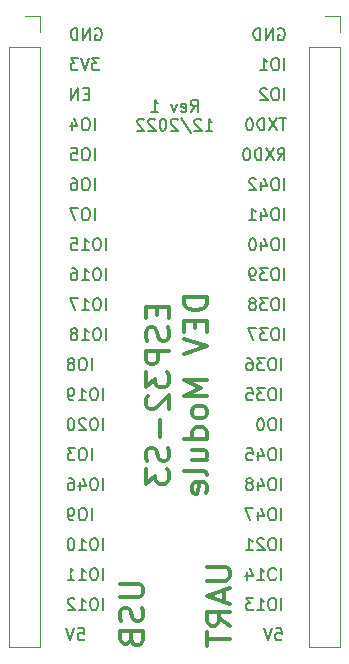
<source format=gbr>
%TF.GenerationSoftware,KiCad,Pcbnew,(6.0.10)*%
%TF.CreationDate,2023-01-22T23:50:18+10:00*%
%TF.ProjectId,ESP32-S3-Breakout,45535033-322d-4533-932d-427265616b6f,rev?*%
%TF.SameCoordinates,Original*%
%TF.FileFunction,Legend,Bot*%
%TF.FilePolarity,Positive*%
%FSLAX46Y46*%
G04 Gerber Fmt 4.6, Leading zero omitted, Abs format (unit mm)*
G04 Created by KiCad (PCBNEW (6.0.10)) date 2023-01-22 23:50:18*
%MOMM*%
%LPD*%
G01*
G04 APERTURE LIST*
%ADD10C,0.200000*%
%ADD11C,0.300000*%
%ADD12C,0.150000*%
%ADD13C,0.120000*%
%ADD14C,0.650000*%
%ADD15O,1.000000X2.100000*%
%ADD16O,1.000000X1.600000*%
%ADD17C,0.500000*%
%ADD18R,1.700000X1.700000*%
%ADD19O,1.700000X1.700000*%
G04 APERTURE END LIST*
D10*
X81870095Y-117546380D02*
X81870095Y-116546380D01*
X81203428Y-116546380D02*
X81012952Y-116546380D01*
X80917714Y-116594000D01*
X80822476Y-116689238D01*
X80774857Y-116879714D01*
X80774857Y-117213047D01*
X80822476Y-117403523D01*
X80917714Y-117498761D01*
X81012952Y-117546380D01*
X81203428Y-117546380D01*
X81298666Y-117498761D01*
X81393904Y-117403523D01*
X81441523Y-117213047D01*
X81441523Y-116879714D01*
X81393904Y-116689238D01*
X81298666Y-116594000D01*
X81203428Y-116546380D01*
X80298666Y-117546380D02*
X80108190Y-117546380D01*
X80012952Y-117498761D01*
X79965333Y-117451142D01*
X79870095Y-117308285D01*
X79822476Y-117117809D01*
X79822476Y-116736857D01*
X79870095Y-116641619D01*
X79917714Y-116594000D01*
X80012952Y-116546380D01*
X80203428Y-116546380D01*
X80298666Y-116594000D01*
X80346285Y-116641619D01*
X80393904Y-116736857D01*
X80393904Y-116974952D01*
X80346285Y-117070190D01*
X80298666Y-117117809D01*
X80203428Y-117165428D01*
X80012952Y-117165428D01*
X79917714Y-117117809D01*
X79870095Y-117070190D01*
X79822476Y-116974952D01*
X82822476Y-115006380D02*
X82822476Y-114006380D01*
X82155809Y-114006380D02*
X81965333Y-114006380D01*
X81870095Y-114054000D01*
X81774857Y-114149238D01*
X81727238Y-114339714D01*
X81727238Y-114673047D01*
X81774857Y-114863523D01*
X81870095Y-114958761D01*
X81965333Y-115006380D01*
X82155809Y-115006380D01*
X82251047Y-114958761D01*
X82346285Y-114863523D01*
X82393904Y-114673047D01*
X82393904Y-114339714D01*
X82346285Y-114149238D01*
X82251047Y-114054000D01*
X82155809Y-114006380D01*
X80870095Y-114339714D02*
X80870095Y-115006380D01*
X81108190Y-113958761D02*
X81346285Y-114673047D01*
X80727238Y-114673047D01*
X79917714Y-114006380D02*
X80108190Y-114006380D01*
X80203428Y-114054000D01*
X80251047Y-114101619D01*
X80346285Y-114244476D01*
X80393904Y-114434952D01*
X80393904Y-114815904D01*
X80346285Y-114911142D01*
X80298666Y-114958761D01*
X80203428Y-115006380D01*
X80012952Y-115006380D01*
X79917714Y-114958761D01*
X79870095Y-114911142D01*
X79822476Y-114815904D01*
X79822476Y-114577809D01*
X79870095Y-114482571D01*
X79917714Y-114434952D01*
X80012952Y-114387333D01*
X80203428Y-114387333D01*
X80298666Y-114434952D01*
X80346285Y-114482571D01*
X80393904Y-114577809D01*
X98183904Y-79446380D02*
X98183904Y-78446380D01*
X97517238Y-78446380D02*
X97326761Y-78446380D01*
X97231523Y-78494000D01*
X97136285Y-78589238D01*
X97088666Y-78779714D01*
X97088666Y-79113047D01*
X97136285Y-79303523D01*
X97231523Y-79398761D01*
X97326761Y-79446380D01*
X97517238Y-79446380D01*
X97612476Y-79398761D01*
X97707714Y-79303523D01*
X97755333Y-79113047D01*
X97755333Y-78779714D01*
X97707714Y-78589238D01*
X97612476Y-78494000D01*
X97517238Y-78446380D01*
X96136285Y-79446380D02*
X96707714Y-79446380D01*
X96422000Y-79446380D02*
X96422000Y-78446380D01*
X96517238Y-78589238D01*
X96612476Y-78684476D01*
X96707714Y-78732095D01*
X98183904Y-89606380D02*
X98183904Y-88606380D01*
X97517238Y-88606380D02*
X97326761Y-88606380D01*
X97231523Y-88654000D01*
X97136285Y-88749238D01*
X97088666Y-88939714D01*
X97088666Y-89273047D01*
X97136285Y-89463523D01*
X97231523Y-89558761D01*
X97326761Y-89606380D01*
X97517238Y-89606380D01*
X97612476Y-89558761D01*
X97707714Y-89463523D01*
X97755333Y-89273047D01*
X97755333Y-88939714D01*
X97707714Y-88749238D01*
X97612476Y-88654000D01*
X97517238Y-88606380D01*
X96231523Y-88939714D02*
X96231523Y-89606380D01*
X96469619Y-88558761D02*
X96707714Y-89273047D01*
X96088666Y-89273047D01*
X95755333Y-88701619D02*
X95707714Y-88654000D01*
X95612476Y-88606380D01*
X95374380Y-88606380D01*
X95279142Y-88654000D01*
X95231523Y-88701619D01*
X95183904Y-88796857D01*
X95183904Y-88892095D01*
X95231523Y-89034952D01*
X95802952Y-89606380D01*
X95183904Y-89606380D01*
X82124095Y-87066380D02*
X82124095Y-86066380D01*
X81457428Y-86066380D02*
X81266952Y-86066380D01*
X81171714Y-86114000D01*
X81076476Y-86209238D01*
X81028857Y-86399714D01*
X81028857Y-86733047D01*
X81076476Y-86923523D01*
X81171714Y-87018761D01*
X81266952Y-87066380D01*
X81457428Y-87066380D01*
X81552666Y-87018761D01*
X81647904Y-86923523D01*
X81695523Y-86733047D01*
X81695523Y-86399714D01*
X81647904Y-86209238D01*
X81552666Y-86114000D01*
X81457428Y-86066380D01*
X80124095Y-86066380D02*
X80600285Y-86066380D01*
X80647904Y-86542571D01*
X80600285Y-86494952D01*
X80505047Y-86447333D01*
X80266952Y-86447333D01*
X80171714Y-86494952D01*
X80124095Y-86542571D01*
X80076476Y-86637809D01*
X80076476Y-86875904D01*
X80124095Y-86971142D01*
X80171714Y-87018761D01*
X80266952Y-87066380D01*
X80505047Y-87066380D01*
X80600285Y-87018761D01*
X80647904Y-86971142D01*
X82822476Y-120086380D02*
X82822476Y-119086380D01*
X82155809Y-119086380D02*
X81965333Y-119086380D01*
X81870095Y-119134000D01*
X81774857Y-119229238D01*
X81727238Y-119419714D01*
X81727238Y-119753047D01*
X81774857Y-119943523D01*
X81870095Y-120038761D01*
X81965333Y-120086380D01*
X82155809Y-120086380D01*
X82251047Y-120038761D01*
X82346285Y-119943523D01*
X82393904Y-119753047D01*
X82393904Y-119419714D01*
X82346285Y-119229238D01*
X82251047Y-119134000D01*
X82155809Y-119086380D01*
X80774857Y-120086380D02*
X81346285Y-120086380D01*
X81060571Y-120086380D02*
X81060571Y-119086380D01*
X81155809Y-119229238D01*
X81251047Y-119324476D01*
X81346285Y-119372095D01*
X80155809Y-119086380D02*
X80060571Y-119086380D01*
X79965333Y-119134000D01*
X79917714Y-119181619D01*
X79870095Y-119276857D01*
X79822476Y-119467333D01*
X79822476Y-119705428D01*
X79870095Y-119895904D01*
X79917714Y-119991142D01*
X79965333Y-120038761D01*
X80060571Y-120086380D01*
X80155809Y-120086380D01*
X80251047Y-120038761D01*
X80298666Y-119991142D01*
X80346285Y-119895904D01*
X80393904Y-119705428D01*
X80393904Y-119467333D01*
X80346285Y-119276857D01*
X80298666Y-119181619D01*
X80251047Y-119134000D01*
X80155809Y-119086380D01*
X97453714Y-126706380D02*
X97929904Y-126706380D01*
X97977523Y-127182571D01*
X97929904Y-127134952D01*
X97834666Y-127087333D01*
X97596571Y-127087333D01*
X97501333Y-127134952D01*
X97453714Y-127182571D01*
X97406095Y-127277809D01*
X97406095Y-127515904D01*
X97453714Y-127611142D01*
X97501333Y-127658761D01*
X97596571Y-127706380D01*
X97834666Y-127706380D01*
X97929904Y-127658761D01*
X97977523Y-127611142D01*
X97120380Y-126706380D02*
X96787047Y-127706380D01*
X96453714Y-126706380D01*
X97929904Y-112466380D02*
X97929904Y-111466380D01*
X97263238Y-111466380D02*
X97072761Y-111466380D01*
X96977523Y-111514000D01*
X96882285Y-111609238D01*
X96834666Y-111799714D01*
X96834666Y-112133047D01*
X96882285Y-112323523D01*
X96977523Y-112418761D01*
X97072761Y-112466380D01*
X97263238Y-112466380D01*
X97358476Y-112418761D01*
X97453714Y-112323523D01*
X97501333Y-112133047D01*
X97501333Y-111799714D01*
X97453714Y-111609238D01*
X97358476Y-111514000D01*
X97263238Y-111466380D01*
X95977523Y-111799714D02*
X95977523Y-112466380D01*
X96215619Y-111418761D02*
X96453714Y-112133047D01*
X95834666Y-112133047D01*
X94977523Y-111466380D02*
X95453714Y-111466380D01*
X95501333Y-111942571D01*
X95453714Y-111894952D01*
X95358476Y-111847333D01*
X95120380Y-111847333D01*
X95025142Y-111894952D01*
X94977523Y-111942571D01*
X94929904Y-112037809D01*
X94929904Y-112275904D01*
X94977523Y-112371142D01*
X95025142Y-112418761D01*
X95120380Y-112466380D01*
X95358476Y-112466380D01*
X95453714Y-112418761D01*
X95501333Y-112371142D01*
X98326761Y-83526380D02*
X97755333Y-83526380D01*
X98041047Y-84526380D02*
X98041047Y-83526380D01*
X97517238Y-83526380D02*
X96850571Y-84526380D01*
X96850571Y-83526380D02*
X97517238Y-84526380D01*
X96469619Y-84526380D02*
X96469619Y-83526380D01*
X96231523Y-83526380D01*
X96088666Y-83574000D01*
X95993428Y-83669238D01*
X95945809Y-83764476D01*
X95898190Y-83954952D01*
X95898190Y-84097809D01*
X95945809Y-84288285D01*
X95993428Y-84383523D01*
X96088666Y-84478761D01*
X96231523Y-84526380D01*
X96469619Y-84526380D01*
X95279142Y-83526380D02*
X95183904Y-83526380D01*
X95088666Y-83574000D01*
X95041047Y-83621619D01*
X94993428Y-83716857D01*
X94945809Y-83907333D01*
X94945809Y-84145428D01*
X94993428Y-84335904D01*
X95041047Y-84431142D01*
X95088666Y-84478761D01*
X95183904Y-84526380D01*
X95279142Y-84526380D01*
X95374380Y-84478761D01*
X95422000Y-84431142D01*
X95469619Y-84335904D01*
X95517238Y-84145428D01*
X95517238Y-83907333D01*
X95469619Y-83716857D01*
X95422000Y-83621619D01*
X95374380Y-83574000D01*
X95279142Y-83526380D01*
X81600285Y-81462571D02*
X81266952Y-81462571D01*
X81124095Y-81986380D02*
X81600285Y-81986380D01*
X81600285Y-80986380D01*
X81124095Y-80986380D01*
X80695523Y-81986380D02*
X80695523Y-80986380D01*
X80124095Y-81986380D01*
X80124095Y-80986380D01*
X98183904Y-94686380D02*
X98183904Y-93686380D01*
X97517238Y-93686380D02*
X97326761Y-93686380D01*
X97231523Y-93734000D01*
X97136285Y-93829238D01*
X97088666Y-94019714D01*
X97088666Y-94353047D01*
X97136285Y-94543523D01*
X97231523Y-94638761D01*
X97326761Y-94686380D01*
X97517238Y-94686380D01*
X97612476Y-94638761D01*
X97707714Y-94543523D01*
X97755333Y-94353047D01*
X97755333Y-94019714D01*
X97707714Y-93829238D01*
X97612476Y-93734000D01*
X97517238Y-93686380D01*
X96231523Y-94019714D02*
X96231523Y-94686380D01*
X96469619Y-93638761D02*
X96707714Y-94353047D01*
X96088666Y-94353047D01*
X95517238Y-93686380D02*
X95422000Y-93686380D01*
X95326761Y-93734000D01*
X95279142Y-93781619D01*
X95231523Y-93876857D01*
X95183904Y-94067333D01*
X95183904Y-94305428D01*
X95231523Y-94495904D01*
X95279142Y-94591142D01*
X95326761Y-94638761D01*
X95422000Y-94686380D01*
X95517238Y-94686380D01*
X95612476Y-94638761D01*
X95660095Y-94591142D01*
X95707714Y-94495904D01*
X95755333Y-94305428D01*
X95755333Y-94067333D01*
X95707714Y-93876857D01*
X95660095Y-93781619D01*
X95612476Y-93734000D01*
X95517238Y-93686380D01*
D11*
X91614761Y-121523523D02*
X93233809Y-121523523D01*
X93424285Y-121618761D01*
X93519523Y-121714000D01*
X93614761Y-121904476D01*
X93614761Y-122285428D01*
X93519523Y-122475904D01*
X93424285Y-122571142D01*
X93233809Y-122666380D01*
X91614761Y-122666380D01*
X93043333Y-123523523D02*
X93043333Y-124475904D01*
X93614761Y-123333047D02*
X91614761Y-123999714D01*
X93614761Y-124666380D01*
X93614761Y-126475904D02*
X92662380Y-125809238D01*
X93614761Y-125333047D02*
X91614761Y-125333047D01*
X91614761Y-126094952D01*
X91710000Y-126285428D01*
X91805238Y-126380666D01*
X91995714Y-126475904D01*
X92281428Y-126475904D01*
X92471904Y-126380666D01*
X92567142Y-126285428D01*
X92662380Y-126094952D01*
X92662380Y-125333047D01*
X91614761Y-127047333D02*
X91614761Y-128190190D01*
X93614761Y-127618761D02*
X91614761Y-127618761D01*
D10*
X97929904Y-109926380D02*
X97929904Y-108926380D01*
X97263238Y-108926380D02*
X97072761Y-108926380D01*
X96977523Y-108974000D01*
X96882285Y-109069238D01*
X96834666Y-109259714D01*
X96834666Y-109593047D01*
X96882285Y-109783523D01*
X96977523Y-109878761D01*
X97072761Y-109926380D01*
X97263238Y-109926380D01*
X97358476Y-109878761D01*
X97453714Y-109783523D01*
X97501333Y-109593047D01*
X97501333Y-109259714D01*
X97453714Y-109069238D01*
X97358476Y-108974000D01*
X97263238Y-108926380D01*
X96215619Y-108926380D02*
X96120380Y-108926380D01*
X96025142Y-108974000D01*
X95977523Y-109021619D01*
X95929904Y-109116857D01*
X95882285Y-109307333D01*
X95882285Y-109545428D01*
X95929904Y-109735904D01*
X95977523Y-109831142D01*
X96025142Y-109878761D01*
X96120380Y-109926380D01*
X96215619Y-109926380D01*
X96310857Y-109878761D01*
X96358476Y-109831142D01*
X96406095Y-109735904D01*
X96453714Y-109545428D01*
X96453714Y-109307333D01*
X96406095Y-109116857D01*
X96358476Y-109021619D01*
X96310857Y-108974000D01*
X96215619Y-108926380D01*
D12*
X90257142Y-82959380D02*
X90590476Y-82483190D01*
X90828571Y-82959380D02*
X90828571Y-81959380D01*
X90447619Y-81959380D01*
X90352380Y-82007000D01*
X90304761Y-82054619D01*
X90257142Y-82149857D01*
X90257142Y-82292714D01*
X90304761Y-82387952D01*
X90352380Y-82435571D01*
X90447619Y-82483190D01*
X90828571Y-82483190D01*
X89447619Y-82911761D02*
X89542857Y-82959380D01*
X89733333Y-82959380D01*
X89828571Y-82911761D01*
X89876190Y-82816523D01*
X89876190Y-82435571D01*
X89828571Y-82340333D01*
X89733333Y-82292714D01*
X89542857Y-82292714D01*
X89447619Y-82340333D01*
X89400000Y-82435571D01*
X89400000Y-82530809D01*
X89876190Y-82626047D01*
X89066666Y-82292714D02*
X88828571Y-82959380D01*
X88590476Y-82292714D01*
X86923809Y-82959380D02*
X87495238Y-82959380D01*
X87209523Y-82959380D02*
X87209523Y-81959380D01*
X87304761Y-82102238D01*
X87400000Y-82197476D01*
X87495238Y-82245095D01*
X91519047Y-84569380D02*
X92090476Y-84569380D01*
X91804761Y-84569380D02*
X91804761Y-83569380D01*
X91900000Y-83712238D01*
X91995238Y-83807476D01*
X92090476Y-83855095D01*
X91138095Y-83664619D02*
X91090476Y-83617000D01*
X90995238Y-83569380D01*
X90757142Y-83569380D01*
X90661904Y-83617000D01*
X90614285Y-83664619D01*
X90566666Y-83759857D01*
X90566666Y-83855095D01*
X90614285Y-83997952D01*
X91185714Y-84569380D01*
X90566666Y-84569380D01*
X89423809Y-83521761D02*
X90280952Y-84807476D01*
X89138095Y-83664619D02*
X89090476Y-83617000D01*
X88995238Y-83569380D01*
X88757142Y-83569380D01*
X88661904Y-83617000D01*
X88614285Y-83664619D01*
X88566666Y-83759857D01*
X88566666Y-83855095D01*
X88614285Y-83997952D01*
X89185714Y-84569380D01*
X88566666Y-84569380D01*
X87947619Y-83569380D02*
X87852380Y-83569380D01*
X87757142Y-83617000D01*
X87709523Y-83664619D01*
X87661904Y-83759857D01*
X87614285Y-83950333D01*
X87614285Y-84188428D01*
X87661904Y-84378904D01*
X87709523Y-84474142D01*
X87757142Y-84521761D01*
X87852380Y-84569380D01*
X87947619Y-84569380D01*
X88042857Y-84521761D01*
X88090476Y-84474142D01*
X88138095Y-84378904D01*
X88185714Y-84188428D01*
X88185714Y-83950333D01*
X88138095Y-83759857D01*
X88090476Y-83664619D01*
X88042857Y-83617000D01*
X87947619Y-83569380D01*
X87233333Y-83664619D02*
X87185714Y-83617000D01*
X87090476Y-83569380D01*
X86852380Y-83569380D01*
X86757142Y-83617000D01*
X86709523Y-83664619D01*
X86661904Y-83759857D01*
X86661904Y-83855095D01*
X86709523Y-83997952D01*
X87280952Y-84569380D01*
X86661904Y-84569380D01*
X86280952Y-83664619D02*
X86233333Y-83617000D01*
X86138095Y-83569380D01*
X85900000Y-83569380D01*
X85804761Y-83617000D01*
X85757142Y-83664619D01*
X85709523Y-83759857D01*
X85709523Y-83855095D01*
X85757142Y-83997952D01*
X86328571Y-84569380D01*
X85709523Y-84569380D01*
D10*
X80727238Y-126706380D02*
X81203428Y-126706380D01*
X81251047Y-127182571D01*
X81203428Y-127134952D01*
X81108190Y-127087333D01*
X80870095Y-127087333D01*
X80774857Y-127134952D01*
X80727238Y-127182571D01*
X80679619Y-127277809D01*
X80679619Y-127515904D01*
X80727238Y-127611142D01*
X80774857Y-127658761D01*
X80870095Y-127706380D01*
X81108190Y-127706380D01*
X81203428Y-127658761D01*
X81251047Y-127611142D01*
X80393904Y-126706380D02*
X80060571Y-127706380D01*
X79727238Y-126706380D01*
X82822476Y-125166380D02*
X82822476Y-124166380D01*
X82155809Y-124166380D02*
X81965333Y-124166380D01*
X81870095Y-124214000D01*
X81774857Y-124309238D01*
X81727238Y-124499714D01*
X81727238Y-124833047D01*
X81774857Y-125023523D01*
X81870095Y-125118761D01*
X81965333Y-125166380D01*
X82155809Y-125166380D01*
X82251047Y-125118761D01*
X82346285Y-125023523D01*
X82393904Y-124833047D01*
X82393904Y-124499714D01*
X82346285Y-124309238D01*
X82251047Y-124214000D01*
X82155809Y-124166380D01*
X80774857Y-125166380D02*
X81346285Y-125166380D01*
X81060571Y-125166380D02*
X81060571Y-124166380D01*
X81155809Y-124309238D01*
X81251047Y-124404476D01*
X81346285Y-124452095D01*
X80393904Y-124261619D02*
X80346285Y-124214000D01*
X80251047Y-124166380D01*
X80012952Y-124166380D01*
X79917714Y-124214000D01*
X79870095Y-124261619D01*
X79822476Y-124356857D01*
X79822476Y-124452095D01*
X79870095Y-124594952D01*
X80441523Y-125166380D01*
X79822476Y-125166380D01*
X82171714Y-75954000D02*
X82266952Y-75906380D01*
X82409809Y-75906380D01*
X82552666Y-75954000D01*
X82647904Y-76049238D01*
X82695523Y-76144476D01*
X82743142Y-76334952D01*
X82743142Y-76477809D01*
X82695523Y-76668285D01*
X82647904Y-76763523D01*
X82552666Y-76858761D01*
X82409809Y-76906380D01*
X82314571Y-76906380D01*
X82171714Y-76858761D01*
X82124095Y-76811142D01*
X82124095Y-76477809D01*
X82314571Y-76477809D01*
X81695523Y-76906380D02*
X81695523Y-75906380D01*
X81124095Y-76906380D01*
X81124095Y-75906380D01*
X80647904Y-76906380D02*
X80647904Y-75906380D01*
X80409809Y-75906380D01*
X80266952Y-75954000D01*
X80171714Y-76049238D01*
X80124095Y-76144476D01*
X80076476Y-76334952D01*
X80076476Y-76477809D01*
X80124095Y-76668285D01*
X80171714Y-76763523D01*
X80266952Y-76858761D01*
X80409809Y-76906380D01*
X80647904Y-76906380D01*
X98183904Y-92146380D02*
X98183904Y-91146380D01*
X97517238Y-91146380D02*
X97326761Y-91146380D01*
X97231523Y-91194000D01*
X97136285Y-91289238D01*
X97088666Y-91479714D01*
X97088666Y-91813047D01*
X97136285Y-92003523D01*
X97231523Y-92098761D01*
X97326761Y-92146380D01*
X97517238Y-92146380D01*
X97612476Y-92098761D01*
X97707714Y-92003523D01*
X97755333Y-91813047D01*
X97755333Y-91479714D01*
X97707714Y-91289238D01*
X97612476Y-91194000D01*
X97517238Y-91146380D01*
X96231523Y-91479714D02*
X96231523Y-92146380D01*
X96469619Y-91098761D02*
X96707714Y-91813047D01*
X96088666Y-91813047D01*
X95183904Y-92146380D02*
X95755333Y-92146380D01*
X95469619Y-92146380D02*
X95469619Y-91146380D01*
X95564857Y-91289238D01*
X95660095Y-91384476D01*
X95755333Y-91432095D01*
X82822476Y-109926380D02*
X82822476Y-108926380D01*
X82155809Y-108926380D02*
X81965333Y-108926380D01*
X81870095Y-108974000D01*
X81774857Y-109069238D01*
X81727238Y-109259714D01*
X81727238Y-109593047D01*
X81774857Y-109783523D01*
X81870095Y-109878761D01*
X81965333Y-109926380D01*
X82155809Y-109926380D01*
X82251047Y-109878761D01*
X82346285Y-109783523D01*
X82393904Y-109593047D01*
X82393904Y-109259714D01*
X82346285Y-109069238D01*
X82251047Y-108974000D01*
X82155809Y-108926380D01*
X81346285Y-109021619D02*
X81298666Y-108974000D01*
X81203428Y-108926380D01*
X80965333Y-108926380D01*
X80870095Y-108974000D01*
X80822476Y-109021619D01*
X80774857Y-109116857D01*
X80774857Y-109212095D01*
X80822476Y-109354952D01*
X81393904Y-109926380D01*
X80774857Y-109926380D01*
X80155809Y-108926380D02*
X80060571Y-108926380D01*
X79965333Y-108974000D01*
X79917714Y-109021619D01*
X79870095Y-109116857D01*
X79822476Y-109307333D01*
X79822476Y-109545428D01*
X79870095Y-109735904D01*
X79917714Y-109831142D01*
X79965333Y-109878761D01*
X80060571Y-109926380D01*
X80155809Y-109926380D01*
X80251047Y-109878761D01*
X80298666Y-109831142D01*
X80346285Y-109735904D01*
X80393904Y-109545428D01*
X80393904Y-109307333D01*
X80346285Y-109116857D01*
X80298666Y-109021619D01*
X80251047Y-108974000D01*
X80155809Y-108926380D01*
X81870095Y-112466380D02*
X81870095Y-111466380D01*
X81203428Y-111466380D02*
X81012952Y-111466380D01*
X80917714Y-111514000D01*
X80822476Y-111609238D01*
X80774857Y-111799714D01*
X80774857Y-112133047D01*
X80822476Y-112323523D01*
X80917714Y-112418761D01*
X81012952Y-112466380D01*
X81203428Y-112466380D01*
X81298666Y-112418761D01*
X81393904Y-112323523D01*
X81441523Y-112133047D01*
X81441523Y-111799714D01*
X81393904Y-111609238D01*
X81298666Y-111514000D01*
X81203428Y-111466380D01*
X80441523Y-111466380D02*
X79822476Y-111466380D01*
X80155809Y-111847333D01*
X80012952Y-111847333D01*
X79917714Y-111894952D01*
X79870095Y-111942571D01*
X79822476Y-112037809D01*
X79822476Y-112275904D01*
X79870095Y-112371142D01*
X79917714Y-112418761D01*
X80012952Y-112466380D01*
X80298666Y-112466380D01*
X80393904Y-112418761D01*
X80441523Y-112371142D01*
X82124095Y-92146380D02*
X82124095Y-91146380D01*
X81457428Y-91146380D02*
X81266952Y-91146380D01*
X81171714Y-91194000D01*
X81076476Y-91289238D01*
X81028857Y-91479714D01*
X81028857Y-91813047D01*
X81076476Y-92003523D01*
X81171714Y-92098761D01*
X81266952Y-92146380D01*
X81457428Y-92146380D01*
X81552666Y-92098761D01*
X81647904Y-92003523D01*
X81695523Y-91813047D01*
X81695523Y-91479714D01*
X81647904Y-91289238D01*
X81552666Y-91194000D01*
X81457428Y-91146380D01*
X80695523Y-91146380D02*
X80028857Y-91146380D01*
X80457428Y-92146380D01*
X82124095Y-89606380D02*
X82124095Y-88606380D01*
X81457428Y-88606380D02*
X81266952Y-88606380D01*
X81171714Y-88654000D01*
X81076476Y-88749238D01*
X81028857Y-88939714D01*
X81028857Y-89273047D01*
X81076476Y-89463523D01*
X81171714Y-89558761D01*
X81266952Y-89606380D01*
X81457428Y-89606380D01*
X81552666Y-89558761D01*
X81647904Y-89463523D01*
X81695523Y-89273047D01*
X81695523Y-88939714D01*
X81647904Y-88749238D01*
X81552666Y-88654000D01*
X81457428Y-88606380D01*
X80171714Y-88606380D02*
X80362190Y-88606380D01*
X80457428Y-88654000D01*
X80505047Y-88701619D01*
X80600285Y-88844476D01*
X80647904Y-89034952D01*
X80647904Y-89415904D01*
X80600285Y-89511142D01*
X80552666Y-89558761D01*
X80457428Y-89606380D01*
X80266952Y-89606380D01*
X80171714Y-89558761D01*
X80124095Y-89511142D01*
X80076476Y-89415904D01*
X80076476Y-89177809D01*
X80124095Y-89082571D01*
X80171714Y-89034952D01*
X80266952Y-88987333D01*
X80457428Y-88987333D01*
X80552666Y-89034952D01*
X80600285Y-89082571D01*
X80647904Y-89177809D01*
X82822476Y-122626380D02*
X82822476Y-121626380D01*
X82155809Y-121626380D02*
X81965333Y-121626380D01*
X81870095Y-121674000D01*
X81774857Y-121769238D01*
X81727238Y-121959714D01*
X81727238Y-122293047D01*
X81774857Y-122483523D01*
X81870095Y-122578761D01*
X81965333Y-122626380D01*
X82155809Y-122626380D01*
X82251047Y-122578761D01*
X82346285Y-122483523D01*
X82393904Y-122293047D01*
X82393904Y-121959714D01*
X82346285Y-121769238D01*
X82251047Y-121674000D01*
X82155809Y-121626380D01*
X80774857Y-122626380D02*
X81346285Y-122626380D01*
X81060571Y-122626380D02*
X81060571Y-121626380D01*
X81155809Y-121769238D01*
X81251047Y-121864476D01*
X81346285Y-121912095D01*
X79822476Y-122626380D02*
X80393904Y-122626380D01*
X80108190Y-122626380D02*
X80108190Y-121626380D01*
X80203428Y-121769238D01*
X80298666Y-121864476D01*
X80393904Y-121912095D01*
X98183904Y-97226380D02*
X98183904Y-96226380D01*
X97517238Y-96226380D02*
X97326761Y-96226380D01*
X97231523Y-96274000D01*
X97136285Y-96369238D01*
X97088666Y-96559714D01*
X97088666Y-96893047D01*
X97136285Y-97083523D01*
X97231523Y-97178761D01*
X97326761Y-97226380D01*
X97517238Y-97226380D01*
X97612476Y-97178761D01*
X97707714Y-97083523D01*
X97755333Y-96893047D01*
X97755333Y-96559714D01*
X97707714Y-96369238D01*
X97612476Y-96274000D01*
X97517238Y-96226380D01*
X96755333Y-96226380D02*
X96136285Y-96226380D01*
X96469619Y-96607333D01*
X96326761Y-96607333D01*
X96231523Y-96654952D01*
X96183904Y-96702571D01*
X96136285Y-96797809D01*
X96136285Y-97035904D01*
X96183904Y-97131142D01*
X96231523Y-97178761D01*
X96326761Y-97226380D01*
X96612476Y-97226380D01*
X96707714Y-97178761D01*
X96755333Y-97131142D01*
X95660095Y-97226380D02*
X95469619Y-97226380D01*
X95374380Y-97178761D01*
X95326761Y-97131142D01*
X95231523Y-96988285D01*
X95183904Y-96797809D01*
X95183904Y-96416857D01*
X95231523Y-96321619D01*
X95279142Y-96274000D01*
X95374380Y-96226380D01*
X95564857Y-96226380D01*
X95660095Y-96274000D01*
X95707714Y-96321619D01*
X95755333Y-96416857D01*
X95755333Y-96654952D01*
X95707714Y-96750190D01*
X95660095Y-96797809D01*
X95564857Y-96845428D01*
X95374380Y-96845428D01*
X95279142Y-96797809D01*
X95231523Y-96750190D01*
X95183904Y-96654952D01*
D11*
X87401142Y-99505428D02*
X87401142Y-100172095D01*
X88448761Y-100457809D02*
X88448761Y-99505428D01*
X86448761Y-99505428D01*
X86448761Y-100457809D01*
X88353523Y-101219714D02*
X88448761Y-101505428D01*
X88448761Y-101981619D01*
X88353523Y-102172095D01*
X88258285Y-102267333D01*
X88067809Y-102362571D01*
X87877333Y-102362571D01*
X87686857Y-102267333D01*
X87591619Y-102172095D01*
X87496380Y-101981619D01*
X87401142Y-101600666D01*
X87305904Y-101410190D01*
X87210666Y-101314952D01*
X87020190Y-101219714D01*
X86829714Y-101219714D01*
X86639238Y-101314952D01*
X86544000Y-101410190D01*
X86448761Y-101600666D01*
X86448761Y-102076857D01*
X86544000Y-102362571D01*
X88448761Y-103219714D02*
X86448761Y-103219714D01*
X86448761Y-103981619D01*
X86544000Y-104172095D01*
X86639238Y-104267333D01*
X86829714Y-104362571D01*
X87115428Y-104362571D01*
X87305904Y-104267333D01*
X87401142Y-104172095D01*
X87496380Y-103981619D01*
X87496380Y-103219714D01*
X86448761Y-105029238D02*
X86448761Y-106267333D01*
X87210666Y-105600666D01*
X87210666Y-105886380D01*
X87305904Y-106076857D01*
X87401142Y-106172095D01*
X87591619Y-106267333D01*
X88067809Y-106267333D01*
X88258285Y-106172095D01*
X88353523Y-106076857D01*
X88448761Y-105886380D01*
X88448761Y-105314952D01*
X88353523Y-105124476D01*
X88258285Y-105029238D01*
X86639238Y-107029238D02*
X86544000Y-107124476D01*
X86448761Y-107314952D01*
X86448761Y-107791142D01*
X86544000Y-107981619D01*
X86639238Y-108076857D01*
X86829714Y-108172095D01*
X87020190Y-108172095D01*
X87305904Y-108076857D01*
X88448761Y-106934000D01*
X88448761Y-108172095D01*
X87686857Y-109029238D02*
X87686857Y-110553047D01*
X88353523Y-111410190D02*
X88448761Y-111695904D01*
X88448761Y-112172095D01*
X88353523Y-112362571D01*
X88258285Y-112457809D01*
X88067809Y-112553047D01*
X87877333Y-112553047D01*
X87686857Y-112457809D01*
X87591619Y-112362571D01*
X87496380Y-112172095D01*
X87401142Y-111791142D01*
X87305904Y-111600666D01*
X87210666Y-111505428D01*
X87020190Y-111410190D01*
X86829714Y-111410190D01*
X86639238Y-111505428D01*
X86544000Y-111600666D01*
X86448761Y-111791142D01*
X86448761Y-112267333D01*
X86544000Y-112553047D01*
X86448761Y-113219714D02*
X86448761Y-114457809D01*
X87210666Y-113791142D01*
X87210666Y-114076857D01*
X87305904Y-114267333D01*
X87401142Y-114362571D01*
X87591619Y-114457809D01*
X88067809Y-114457809D01*
X88258285Y-114362571D01*
X88353523Y-114267333D01*
X88448761Y-114076857D01*
X88448761Y-113505428D01*
X88353523Y-113314952D01*
X88258285Y-113219714D01*
X91668761Y-98648285D02*
X89668761Y-98648285D01*
X89668761Y-99124476D01*
X89764000Y-99410190D01*
X89954476Y-99600666D01*
X90144952Y-99695904D01*
X90525904Y-99791142D01*
X90811619Y-99791142D01*
X91192571Y-99695904D01*
X91383047Y-99600666D01*
X91573523Y-99410190D01*
X91668761Y-99124476D01*
X91668761Y-98648285D01*
X90621142Y-100648285D02*
X90621142Y-101314952D01*
X91668761Y-101600666D02*
X91668761Y-100648285D01*
X89668761Y-100648285D01*
X89668761Y-101600666D01*
X89668761Y-102172095D02*
X91668761Y-102838761D01*
X89668761Y-103505428D01*
X91668761Y-105695904D02*
X89668761Y-105695904D01*
X91097333Y-106362571D01*
X89668761Y-107029238D01*
X91668761Y-107029238D01*
X91668761Y-108267333D02*
X91573523Y-108076857D01*
X91478285Y-107981619D01*
X91287809Y-107886380D01*
X90716380Y-107886380D01*
X90525904Y-107981619D01*
X90430666Y-108076857D01*
X90335428Y-108267333D01*
X90335428Y-108553047D01*
X90430666Y-108743523D01*
X90525904Y-108838761D01*
X90716380Y-108934000D01*
X91287809Y-108934000D01*
X91478285Y-108838761D01*
X91573523Y-108743523D01*
X91668761Y-108553047D01*
X91668761Y-108267333D01*
X91668761Y-110648285D02*
X89668761Y-110648285D01*
X91573523Y-110648285D02*
X91668761Y-110457809D01*
X91668761Y-110076857D01*
X91573523Y-109886380D01*
X91478285Y-109791142D01*
X91287809Y-109695904D01*
X90716380Y-109695904D01*
X90525904Y-109791142D01*
X90430666Y-109886380D01*
X90335428Y-110076857D01*
X90335428Y-110457809D01*
X90430666Y-110648285D01*
X90335428Y-112457809D02*
X91668761Y-112457809D01*
X90335428Y-111600666D02*
X91383047Y-111600666D01*
X91573523Y-111695904D01*
X91668761Y-111886380D01*
X91668761Y-112172095D01*
X91573523Y-112362571D01*
X91478285Y-112457809D01*
X91668761Y-113695904D02*
X91573523Y-113505428D01*
X91383047Y-113410190D01*
X89668761Y-113410190D01*
X91573523Y-115219714D02*
X91668761Y-115029238D01*
X91668761Y-114648285D01*
X91573523Y-114457809D01*
X91383047Y-114362571D01*
X90621142Y-114362571D01*
X90430666Y-114457809D01*
X90335428Y-114648285D01*
X90335428Y-115029238D01*
X90430666Y-115219714D01*
X90621142Y-115314952D01*
X90811619Y-115314952D01*
X91002095Y-114362571D01*
D10*
X97929904Y-117546380D02*
X97929904Y-116546380D01*
X97263238Y-116546380D02*
X97072761Y-116546380D01*
X96977523Y-116594000D01*
X96882285Y-116689238D01*
X96834666Y-116879714D01*
X96834666Y-117213047D01*
X96882285Y-117403523D01*
X96977523Y-117498761D01*
X97072761Y-117546380D01*
X97263238Y-117546380D01*
X97358476Y-117498761D01*
X97453714Y-117403523D01*
X97501333Y-117213047D01*
X97501333Y-116879714D01*
X97453714Y-116689238D01*
X97358476Y-116594000D01*
X97263238Y-116546380D01*
X95977523Y-116879714D02*
X95977523Y-117546380D01*
X96215619Y-116498761D02*
X96453714Y-117213047D01*
X95834666Y-117213047D01*
X95548952Y-116546380D02*
X94882285Y-116546380D01*
X95310857Y-117546380D01*
X97612476Y-87066380D02*
X97945809Y-86590190D01*
X98183904Y-87066380D02*
X98183904Y-86066380D01*
X97802952Y-86066380D01*
X97707714Y-86114000D01*
X97660095Y-86161619D01*
X97612476Y-86256857D01*
X97612476Y-86399714D01*
X97660095Y-86494952D01*
X97707714Y-86542571D01*
X97802952Y-86590190D01*
X98183904Y-86590190D01*
X97279142Y-86066380D02*
X96612476Y-87066380D01*
X96612476Y-86066380D02*
X97279142Y-87066380D01*
X96231523Y-87066380D02*
X96231523Y-86066380D01*
X95993428Y-86066380D01*
X95850571Y-86114000D01*
X95755333Y-86209238D01*
X95707714Y-86304476D01*
X95660095Y-86494952D01*
X95660095Y-86637809D01*
X95707714Y-86828285D01*
X95755333Y-86923523D01*
X95850571Y-87018761D01*
X95993428Y-87066380D01*
X96231523Y-87066380D01*
X95041047Y-86066380D02*
X94945809Y-86066380D01*
X94850571Y-86114000D01*
X94802952Y-86161619D01*
X94755333Y-86256857D01*
X94707714Y-86447333D01*
X94707714Y-86685428D01*
X94755333Y-86875904D01*
X94802952Y-86971142D01*
X94850571Y-87018761D01*
X94945809Y-87066380D01*
X95041047Y-87066380D01*
X95136285Y-87018761D01*
X95183904Y-86971142D01*
X95231523Y-86875904D01*
X95279142Y-86685428D01*
X95279142Y-86447333D01*
X95231523Y-86256857D01*
X95183904Y-86161619D01*
X95136285Y-86114000D01*
X95041047Y-86066380D01*
X81870095Y-104846380D02*
X81870095Y-103846380D01*
X81203428Y-103846380D02*
X81012952Y-103846380D01*
X80917714Y-103894000D01*
X80822476Y-103989238D01*
X80774857Y-104179714D01*
X80774857Y-104513047D01*
X80822476Y-104703523D01*
X80917714Y-104798761D01*
X81012952Y-104846380D01*
X81203428Y-104846380D01*
X81298666Y-104798761D01*
X81393904Y-104703523D01*
X81441523Y-104513047D01*
X81441523Y-104179714D01*
X81393904Y-103989238D01*
X81298666Y-103894000D01*
X81203428Y-103846380D01*
X80203428Y-104274952D02*
X80298666Y-104227333D01*
X80346285Y-104179714D01*
X80393904Y-104084476D01*
X80393904Y-104036857D01*
X80346285Y-103941619D01*
X80298666Y-103894000D01*
X80203428Y-103846380D01*
X80012952Y-103846380D01*
X79917714Y-103894000D01*
X79870095Y-103941619D01*
X79822476Y-104036857D01*
X79822476Y-104084476D01*
X79870095Y-104179714D01*
X79917714Y-104227333D01*
X80012952Y-104274952D01*
X80203428Y-104274952D01*
X80298666Y-104322571D01*
X80346285Y-104370190D01*
X80393904Y-104465428D01*
X80393904Y-104655904D01*
X80346285Y-104751142D01*
X80298666Y-104798761D01*
X80203428Y-104846380D01*
X80012952Y-104846380D01*
X79917714Y-104798761D01*
X79870095Y-104751142D01*
X79822476Y-104655904D01*
X79822476Y-104465428D01*
X79870095Y-104370190D01*
X79917714Y-104322571D01*
X80012952Y-104274952D01*
X98183904Y-102306380D02*
X98183904Y-101306380D01*
X97517238Y-101306380D02*
X97326761Y-101306380D01*
X97231523Y-101354000D01*
X97136285Y-101449238D01*
X97088666Y-101639714D01*
X97088666Y-101973047D01*
X97136285Y-102163523D01*
X97231523Y-102258761D01*
X97326761Y-102306380D01*
X97517238Y-102306380D01*
X97612476Y-102258761D01*
X97707714Y-102163523D01*
X97755333Y-101973047D01*
X97755333Y-101639714D01*
X97707714Y-101449238D01*
X97612476Y-101354000D01*
X97517238Y-101306380D01*
X96755333Y-101306380D02*
X96136285Y-101306380D01*
X96469619Y-101687333D01*
X96326761Y-101687333D01*
X96231523Y-101734952D01*
X96183904Y-101782571D01*
X96136285Y-101877809D01*
X96136285Y-102115904D01*
X96183904Y-102211142D01*
X96231523Y-102258761D01*
X96326761Y-102306380D01*
X96612476Y-102306380D01*
X96707714Y-102258761D01*
X96755333Y-102211142D01*
X95802952Y-101306380D02*
X95136285Y-101306380D01*
X95564857Y-102306380D01*
X97660095Y-75954000D02*
X97755333Y-75906380D01*
X97898190Y-75906380D01*
X98041047Y-75954000D01*
X98136285Y-76049238D01*
X98183904Y-76144476D01*
X98231523Y-76334952D01*
X98231523Y-76477809D01*
X98183904Y-76668285D01*
X98136285Y-76763523D01*
X98041047Y-76858761D01*
X97898190Y-76906380D01*
X97802952Y-76906380D01*
X97660095Y-76858761D01*
X97612476Y-76811142D01*
X97612476Y-76477809D01*
X97802952Y-76477809D01*
X97183904Y-76906380D02*
X97183904Y-75906380D01*
X96612476Y-76906380D01*
X96612476Y-75906380D01*
X96136285Y-76906380D02*
X96136285Y-75906380D01*
X95898190Y-75906380D01*
X95755333Y-75954000D01*
X95660095Y-76049238D01*
X95612476Y-76144476D01*
X95564857Y-76334952D01*
X95564857Y-76477809D01*
X95612476Y-76668285D01*
X95660095Y-76763523D01*
X95755333Y-76858761D01*
X95898190Y-76906380D01*
X96136285Y-76906380D01*
X97929904Y-125166380D02*
X97929904Y-124166380D01*
X97263238Y-124166380D02*
X97072761Y-124166380D01*
X96977523Y-124214000D01*
X96882285Y-124309238D01*
X96834666Y-124499714D01*
X96834666Y-124833047D01*
X96882285Y-125023523D01*
X96977523Y-125118761D01*
X97072761Y-125166380D01*
X97263238Y-125166380D01*
X97358476Y-125118761D01*
X97453714Y-125023523D01*
X97501333Y-124833047D01*
X97501333Y-124499714D01*
X97453714Y-124309238D01*
X97358476Y-124214000D01*
X97263238Y-124166380D01*
X95882285Y-125166380D02*
X96453714Y-125166380D01*
X96168000Y-125166380D02*
X96168000Y-124166380D01*
X96263238Y-124309238D01*
X96358476Y-124404476D01*
X96453714Y-124452095D01*
X95548952Y-124166380D02*
X94929904Y-124166380D01*
X95263238Y-124547333D01*
X95120380Y-124547333D01*
X95025142Y-124594952D01*
X94977523Y-124642571D01*
X94929904Y-124737809D01*
X94929904Y-124975904D01*
X94977523Y-125071142D01*
X95025142Y-125118761D01*
X95120380Y-125166380D01*
X95406095Y-125166380D01*
X95501333Y-125118761D01*
X95548952Y-125071142D01*
X98183904Y-81986380D02*
X98183904Y-80986380D01*
X97517238Y-80986380D02*
X97326761Y-80986380D01*
X97231523Y-81034000D01*
X97136285Y-81129238D01*
X97088666Y-81319714D01*
X97088666Y-81653047D01*
X97136285Y-81843523D01*
X97231523Y-81938761D01*
X97326761Y-81986380D01*
X97517238Y-81986380D01*
X97612476Y-81938761D01*
X97707714Y-81843523D01*
X97755333Y-81653047D01*
X97755333Y-81319714D01*
X97707714Y-81129238D01*
X97612476Y-81034000D01*
X97517238Y-80986380D01*
X96707714Y-81081619D02*
X96660095Y-81034000D01*
X96564857Y-80986380D01*
X96326761Y-80986380D01*
X96231523Y-81034000D01*
X96183904Y-81081619D01*
X96136285Y-81176857D01*
X96136285Y-81272095D01*
X96183904Y-81414952D01*
X96755333Y-81986380D01*
X96136285Y-81986380D01*
X82822476Y-107386380D02*
X82822476Y-106386380D01*
X82155809Y-106386380D02*
X81965333Y-106386380D01*
X81870095Y-106434000D01*
X81774857Y-106529238D01*
X81727238Y-106719714D01*
X81727238Y-107053047D01*
X81774857Y-107243523D01*
X81870095Y-107338761D01*
X81965333Y-107386380D01*
X82155809Y-107386380D01*
X82251047Y-107338761D01*
X82346285Y-107243523D01*
X82393904Y-107053047D01*
X82393904Y-106719714D01*
X82346285Y-106529238D01*
X82251047Y-106434000D01*
X82155809Y-106386380D01*
X80774857Y-107386380D02*
X81346285Y-107386380D01*
X81060571Y-107386380D02*
X81060571Y-106386380D01*
X81155809Y-106529238D01*
X81251047Y-106624476D01*
X81346285Y-106672095D01*
X80298666Y-107386380D02*
X80108190Y-107386380D01*
X80012952Y-107338761D01*
X79965333Y-107291142D01*
X79870095Y-107148285D01*
X79822476Y-106957809D01*
X79822476Y-106576857D01*
X79870095Y-106481619D01*
X79917714Y-106434000D01*
X80012952Y-106386380D01*
X80203428Y-106386380D01*
X80298666Y-106434000D01*
X80346285Y-106481619D01*
X80393904Y-106576857D01*
X80393904Y-106814952D01*
X80346285Y-106910190D01*
X80298666Y-106957809D01*
X80203428Y-107005428D01*
X80012952Y-107005428D01*
X79917714Y-106957809D01*
X79870095Y-106910190D01*
X79822476Y-106814952D01*
X82124095Y-84526380D02*
X82124095Y-83526380D01*
X81457428Y-83526380D02*
X81266952Y-83526380D01*
X81171714Y-83574000D01*
X81076476Y-83669238D01*
X81028857Y-83859714D01*
X81028857Y-84193047D01*
X81076476Y-84383523D01*
X81171714Y-84478761D01*
X81266952Y-84526380D01*
X81457428Y-84526380D01*
X81552666Y-84478761D01*
X81647904Y-84383523D01*
X81695523Y-84193047D01*
X81695523Y-83859714D01*
X81647904Y-83669238D01*
X81552666Y-83574000D01*
X81457428Y-83526380D01*
X80171714Y-83859714D02*
X80171714Y-84526380D01*
X80409809Y-83478761D02*
X80647904Y-84193047D01*
X80028857Y-84193047D01*
D11*
X84248761Y-122952190D02*
X85867809Y-122952190D01*
X86058285Y-123047428D01*
X86153523Y-123142666D01*
X86248761Y-123333142D01*
X86248761Y-123714095D01*
X86153523Y-123904571D01*
X86058285Y-123999809D01*
X85867809Y-124095047D01*
X84248761Y-124095047D01*
X86153523Y-124952190D02*
X86248761Y-125237904D01*
X86248761Y-125714095D01*
X86153523Y-125904571D01*
X86058285Y-125999809D01*
X85867809Y-126095047D01*
X85677333Y-126095047D01*
X85486857Y-125999809D01*
X85391619Y-125904571D01*
X85296380Y-125714095D01*
X85201142Y-125333142D01*
X85105904Y-125142666D01*
X85010666Y-125047428D01*
X84820190Y-124952190D01*
X84629714Y-124952190D01*
X84439238Y-125047428D01*
X84344000Y-125142666D01*
X84248761Y-125333142D01*
X84248761Y-125809333D01*
X84344000Y-126095047D01*
X85201142Y-127618857D02*
X85296380Y-127904571D01*
X85391619Y-127999809D01*
X85582095Y-128095047D01*
X85867809Y-128095047D01*
X86058285Y-127999809D01*
X86153523Y-127904571D01*
X86248761Y-127714095D01*
X86248761Y-126952190D01*
X84248761Y-126952190D01*
X84248761Y-127618857D01*
X84344000Y-127809333D01*
X84439238Y-127904571D01*
X84629714Y-127999809D01*
X84820190Y-127999809D01*
X85010666Y-127904571D01*
X85105904Y-127809333D01*
X85201142Y-127618857D01*
X85201142Y-126952190D01*
D10*
X83076476Y-94686380D02*
X83076476Y-93686380D01*
X82409809Y-93686380D02*
X82219333Y-93686380D01*
X82124095Y-93734000D01*
X82028857Y-93829238D01*
X81981238Y-94019714D01*
X81981238Y-94353047D01*
X82028857Y-94543523D01*
X82124095Y-94638761D01*
X82219333Y-94686380D01*
X82409809Y-94686380D01*
X82505047Y-94638761D01*
X82600285Y-94543523D01*
X82647904Y-94353047D01*
X82647904Y-94019714D01*
X82600285Y-93829238D01*
X82505047Y-93734000D01*
X82409809Y-93686380D01*
X81028857Y-94686380D02*
X81600285Y-94686380D01*
X81314571Y-94686380D02*
X81314571Y-93686380D01*
X81409809Y-93829238D01*
X81505047Y-93924476D01*
X81600285Y-93972095D01*
X80124095Y-93686380D02*
X80600285Y-93686380D01*
X80647904Y-94162571D01*
X80600285Y-94114952D01*
X80505047Y-94067333D01*
X80266952Y-94067333D01*
X80171714Y-94114952D01*
X80124095Y-94162571D01*
X80076476Y-94257809D01*
X80076476Y-94495904D01*
X80124095Y-94591142D01*
X80171714Y-94638761D01*
X80266952Y-94686380D01*
X80505047Y-94686380D01*
X80600285Y-94638761D01*
X80647904Y-94591142D01*
X97929904Y-120086380D02*
X97929904Y-119086380D01*
X97263238Y-119086380D02*
X97072761Y-119086380D01*
X96977523Y-119134000D01*
X96882285Y-119229238D01*
X96834666Y-119419714D01*
X96834666Y-119753047D01*
X96882285Y-119943523D01*
X96977523Y-120038761D01*
X97072761Y-120086380D01*
X97263238Y-120086380D01*
X97358476Y-120038761D01*
X97453714Y-119943523D01*
X97501333Y-119753047D01*
X97501333Y-119419714D01*
X97453714Y-119229238D01*
X97358476Y-119134000D01*
X97263238Y-119086380D01*
X96453714Y-119181619D02*
X96406095Y-119134000D01*
X96310857Y-119086380D01*
X96072761Y-119086380D01*
X95977523Y-119134000D01*
X95929904Y-119181619D01*
X95882285Y-119276857D01*
X95882285Y-119372095D01*
X95929904Y-119514952D01*
X96501333Y-120086380D01*
X95882285Y-120086380D01*
X94929904Y-120086380D02*
X95501333Y-120086380D01*
X95215619Y-120086380D02*
X95215619Y-119086380D01*
X95310857Y-119229238D01*
X95406095Y-119324476D01*
X95501333Y-119372095D01*
X82505047Y-78446380D02*
X81886000Y-78446380D01*
X82219333Y-78827333D01*
X82076476Y-78827333D01*
X81981238Y-78874952D01*
X81933619Y-78922571D01*
X81886000Y-79017809D01*
X81886000Y-79255904D01*
X81933619Y-79351142D01*
X81981238Y-79398761D01*
X82076476Y-79446380D01*
X82362190Y-79446380D01*
X82457428Y-79398761D01*
X82505047Y-79351142D01*
X81600285Y-78446380D02*
X81266952Y-79446380D01*
X80933619Y-78446380D01*
X80695523Y-78446380D02*
X80076476Y-78446380D01*
X80409809Y-78827333D01*
X80266952Y-78827333D01*
X80171714Y-78874952D01*
X80124095Y-78922571D01*
X80076476Y-79017809D01*
X80076476Y-79255904D01*
X80124095Y-79351142D01*
X80171714Y-79398761D01*
X80266952Y-79446380D01*
X80552666Y-79446380D01*
X80647904Y-79398761D01*
X80695523Y-79351142D01*
X83076476Y-97226380D02*
X83076476Y-96226380D01*
X82409809Y-96226380D02*
X82219333Y-96226380D01*
X82124095Y-96274000D01*
X82028857Y-96369238D01*
X81981238Y-96559714D01*
X81981238Y-96893047D01*
X82028857Y-97083523D01*
X82124095Y-97178761D01*
X82219333Y-97226380D01*
X82409809Y-97226380D01*
X82505047Y-97178761D01*
X82600285Y-97083523D01*
X82647904Y-96893047D01*
X82647904Y-96559714D01*
X82600285Y-96369238D01*
X82505047Y-96274000D01*
X82409809Y-96226380D01*
X81028857Y-97226380D02*
X81600285Y-97226380D01*
X81314571Y-97226380D02*
X81314571Y-96226380D01*
X81409809Y-96369238D01*
X81505047Y-96464476D01*
X81600285Y-96512095D01*
X80171714Y-96226380D02*
X80362190Y-96226380D01*
X80457428Y-96274000D01*
X80505047Y-96321619D01*
X80600285Y-96464476D01*
X80647904Y-96654952D01*
X80647904Y-97035904D01*
X80600285Y-97131142D01*
X80552666Y-97178761D01*
X80457428Y-97226380D01*
X80266952Y-97226380D01*
X80171714Y-97178761D01*
X80124095Y-97131142D01*
X80076476Y-97035904D01*
X80076476Y-96797809D01*
X80124095Y-96702571D01*
X80171714Y-96654952D01*
X80266952Y-96607333D01*
X80457428Y-96607333D01*
X80552666Y-96654952D01*
X80600285Y-96702571D01*
X80647904Y-96797809D01*
X97929904Y-104846380D02*
X97929904Y-103846380D01*
X97263238Y-103846380D02*
X97072761Y-103846380D01*
X96977523Y-103894000D01*
X96882285Y-103989238D01*
X96834666Y-104179714D01*
X96834666Y-104513047D01*
X96882285Y-104703523D01*
X96977523Y-104798761D01*
X97072761Y-104846380D01*
X97263238Y-104846380D01*
X97358476Y-104798761D01*
X97453714Y-104703523D01*
X97501333Y-104513047D01*
X97501333Y-104179714D01*
X97453714Y-103989238D01*
X97358476Y-103894000D01*
X97263238Y-103846380D01*
X96501333Y-103846380D02*
X95882285Y-103846380D01*
X96215619Y-104227333D01*
X96072761Y-104227333D01*
X95977523Y-104274952D01*
X95929904Y-104322571D01*
X95882285Y-104417809D01*
X95882285Y-104655904D01*
X95929904Y-104751142D01*
X95977523Y-104798761D01*
X96072761Y-104846380D01*
X96358476Y-104846380D01*
X96453714Y-104798761D01*
X96501333Y-104751142D01*
X95025142Y-103846380D02*
X95215619Y-103846380D01*
X95310857Y-103894000D01*
X95358476Y-103941619D01*
X95453714Y-104084476D01*
X95501333Y-104274952D01*
X95501333Y-104655904D01*
X95453714Y-104751142D01*
X95406095Y-104798761D01*
X95310857Y-104846380D01*
X95120380Y-104846380D01*
X95025142Y-104798761D01*
X94977523Y-104751142D01*
X94929904Y-104655904D01*
X94929904Y-104417809D01*
X94977523Y-104322571D01*
X95025142Y-104274952D01*
X95120380Y-104227333D01*
X95310857Y-104227333D01*
X95406095Y-104274952D01*
X95453714Y-104322571D01*
X95501333Y-104417809D01*
X97929904Y-122626380D02*
X97929904Y-121626380D01*
X97263238Y-121626380D02*
X97072761Y-121626380D01*
X96977523Y-121674000D01*
X96882285Y-121769238D01*
X96834666Y-121959714D01*
X96834666Y-122293047D01*
X96882285Y-122483523D01*
X96977523Y-122578761D01*
X97072761Y-122626380D01*
X97263238Y-122626380D01*
X97358476Y-122578761D01*
X97453714Y-122483523D01*
X97501333Y-122293047D01*
X97501333Y-121959714D01*
X97453714Y-121769238D01*
X97358476Y-121674000D01*
X97263238Y-121626380D01*
X95882285Y-122626380D02*
X96453714Y-122626380D01*
X96168000Y-122626380D02*
X96168000Y-121626380D01*
X96263238Y-121769238D01*
X96358476Y-121864476D01*
X96453714Y-121912095D01*
X95025142Y-121959714D02*
X95025142Y-122626380D01*
X95263238Y-121578761D02*
X95501333Y-122293047D01*
X94882285Y-122293047D01*
X97929904Y-107386380D02*
X97929904Y-106386380D01*
X97263238Y-106386380D02*
X97072761Y-106386380D01*
X96977523Y-106434000D01*
X96882285Y-106529238D01*
X96834666Y-106719714D01*
X96834666Y-107053047D01*
X96882285Y-107243523D01*
X96977523Y-107338761D01*
X97072761Y-107386380D01*
X97263238Y-107386380D01*
X97358476Y-107338761D01*
X97453714Y-107243523D01*
X97501333Y-107053047D01*
X97501333Y-106719714D01*
X97453714Y-106529238D01*
X97358476Y-106434000D01*
X97263238Y-106386380D01*
X96501333Y-106386380D02*
X95882285Y-106386380D01*
X96215619Y-106767333D01*
X96072761Y-106767333D01*
X95977523Y-106814952D01*
X95929904Y-106862571D01*
X95882285Y-106957809D01*
X95882285Y-107195904D01*
X95929904Y-107291142D01*
X95977523Y-107338761D01*
X96072761Y-107386380D01*
X96358476Y-107386380D01*
X96453714Y-107338761D01*
X96501333Y-107291142D01*
X94977523Y-106386380D02*
X95453714Y-106386380D01*
X95501333Y-106862571D01*
X95453714Y-106814952D01*
X95358476Y-106767333D01*
X95120380Y-106767333D01*
X95025142Y-106814952D01*
X94977523Y-106862571D01*
X94929904Y-106957809D01*
X94929904Y-107195904D01*
X94977523Y-107291142D01*
X95025142Y-107338761D01*
X95120380Y-107386380D01*
X95358476Y-107386380D01*
X95453714Y-107338761D01*
X95501333Y-107291142D01*
X83076476Y-102306380D02*
X83076476Y-101306380D01*
X82409809Y-101306380D02*
X82219333Y-101306380D01*
X82124095Y-101354000D01*
X82028857Y-101449238D01*
X81981238Y-101639714D01*
X81981238Y-101973047D01*
X82028857Y-102163523D01*
X82124095Y-102258761D01*
X82219333Y-102306380D01*
X82409809Y-102306380D01*
X82505047Y-102258761D01*
X82600285Y-102163523D01*
X82647904Y-101973047D01*
X82647904Y-101639714D01*
X82600285Y-101449238D01*
X82505047Y-101354000D01*
X82409809Y-101306380D01*
X81028857Y-102306380D02*
X81600285Y-102306380D01*
X81314571Y-102306380D02*
X81314571Y-101306380D01*
X81409809Y-101449238D01*
X81505047Y-101544476D01*
X81600285Y-101592095D01*
X80457428Y-101734952D02*
X80552666Y-101687333D01*
X80600285Y-101639714D01*
X80647904Y-101544476D01*
X80647904Y-101496857D01*
X80600285Y-101401619D01*
X80552666Y-101354000D01*
X80457428Y-101306380D01*
X80266952Y-101306380D01*
X80171714Y-101354000D01*
X80124095Y-101401619D01*
X80076476Y-101496857D01*
X80076476Y-101544476D01*
X80124095Y-101639714D01*
X80171714Y-101687333D01*
X80266952Y-101734952D01*
X80457428Y-101734952D01*
X80552666Y-101782571D01*
X80600285Y-101830190D01*
X80647904Y-101925428D01*
X80647904Y-102115904D01*
X80600285Y-102211142D01*
X80552666Y-102258761D01*
X80457428Y-102306380D01*
X80266952Y-102306380D01*
X80171714Y-102258761D01*
X80124095Y-102211142D01*
X80076476Y-102115904D01*
X80076476Y-101925428D01*
X80124095Y-101830190D01*
X80171714Y-101782571D01*
X80266952Y-101734952D01*
X98183904Y-99766380D02*
X98183904Y-98766380D01*
X97517238Y-98766380D02*
X97326761Y-98766380D01*
X97231523Y-98814000D01*
X97136285Y-98909238D01*
X97088666Y-99099714D01*
X97088666Y-99433047D01*
X97136285Y-99623523D01*
X97231523Y-99718761D01*
X97326761Y-99766380D01*
X97517238Y-99766380D01*
X97612476Y-99718761D01*
X97707714Y-99623523D01*
X97755333Y-99433047D01*
X97755333Y-99099714D01*
X97707714Y-98909238D01*
X97612476Y-98814000D01*
X97517238Y-98766380D01*
X96755333Y-98766380D02*
X96136285Y-98766380D01*
X96469619Y-99147333D01*
X96326761Y-99147333D01*
X96231523Y-99194952D01*
X96183904Y-99242571D01*
X96136285Y-99337809D01*
X96136285Y-99575904D01*
X96183904Y-99671142D01*
X96231523Y-99718761D01*
X96326761Y-99766380D01*
X96612476Y-99766380D01*
X96707714Y-99718761D01*
X96755333Y-99671142D01*
X95564857Y-99194952D02*
X95660095Y-99147333D01*
X95707714Y-99099714D01*
X95755333Y-99004476D01*
X95755333Y-98956857D01*
X95707714Y-98861619D01*
X95660095Y-98814000D01*
X95564857Y-98766380D01*
X95374380Y-98766380D01*
X95279142Y-98814000D01*
X95231523Y-98861619D01*
X95183904Y-98956857D01*
X95183904Y-99004476D01*
X95231523Y-99099714D01*
X95279142Y-99147333D01*
X95374380Y-99194952D01*
X95564857Y-99194952D01*
X95660095Y-99242571D01*
X95707714Y-99290190D01*
X95755333Y-99385428D01*
X95755333Y-99575904D01*
X95707714Y-99671142D01*
X95660095Y-99718761D01*
X95564857Y-99766380D01*
X95374380Y-99766380D01*
X95279142Y-99718761D01*
X95231523Y-99671142D01*
X95183904Y-99575904D01*
X95183904Y-99385428D01*
X95231523Y-99290190D01*
X95279142Y-99242571D01*
X95374380Y-99194952D01*
X97929904Y-115006380D02*
X97929904Y-114006380D01*
X97263238Y-114006380D02*
X97072761Y-114006380D01*
X96977523Y-114054000D01*
X96882285Y-114149238D01*
X96834666Y-114339714D01*
X96834666Y-114673047D01*
X96882285Y-114863523D01*
X96977523Y-114958761D01*
X97072761Y-115006380D01*
X97263238Y-115006380D01*
X97358476Y-114958761D01*
X97453714Y-114863523D01*
X97501333Y-114673047D01*
X97501333Y-114339714D01*
X97453714Y-114149238D01*
X97358476Y-114054000D01*
X97263238Y-114006380D01*
X95977523Y-114339714D02*
X95977523Y-115006380D01*
X96215619Y-113958761D02*
X96453714Y-114673047D01*
X95834666Y-114673047D01*
X95310857Y-114434952D02*
X95406095Y-114387333D01*
X95453714Y-114339714D01*
X95501333Y-114244476D01*
X95501333Y-114196857D01*
X95453714Y-114101619D01*
X95406095Y-114054000D01*
X95310857Y-114006380D01*
X95120380Y-114006380D01*
X95025142Y-114054000D01*
X94977523Y-114101619D01*
X94929904Y-114196857D01*
X94929904Y-114244476D01*
X94977523Y-114339714D01*
X95025142Y-114387333D01*
X95120380Y-114434952D01*
X95310857Y-114434952D01*
X95406095Y-114482571D01*
X95453714Y-114530190D01*
X95501333Y-114625428D01*
X95501333Y-114815904D01*
X95453714Y-114911142D01*
X95406095Y-114958761D01*
X95310857Y-115006380D01*
X95120380Y-115006380D01*
X95025142Y-114958761D01*
X94977523Y-114911142D01*
X94929904Y-114815904D01*
X94929904Y-114625428D01*
X94977523Y-114530190D01*
X95025142Y-114482571D01*
X95120380Y-114434952D01*
X83076476Y-99766380D02*
X83076476Y-98766380D01*
X82409809Y-98766380D02*
X82219333Y-98766380D01*
X82124095Y-98814000D01*
X82028857Y-98909238D01*
X81981238Y-99099714D01*
X81981238Y-99433047D01*
X82028857Y-99623523D01*
X82124095Y-99718761D01*
X82219333Y-99766380D01*
X82409809Y-99766380D01*
X82505047Y-99718761D01*
X82600285Y-99623523D01*
X82647904Y-99433047D01*
X82647904Y-99099714D01*
X82600285Y-98909238D01*
X82505047Y-98814000D01*
X82409809Y-98766380D01*
X81028857Y-99766380D02*
X81600285Y-99766380D01*
X81314571Y-99766380D02*
X81314571Y-98766380D01*
X81409809Y-98909238D01*
X81505047Y-99004476D01*
X81600285Y-99052095D01*
X80695523Y-98766380D02*
X80028857Y-98766380D01*
X80457428Y-99766380D01*
D13*
%TO.C,J3*%
X77530000Y-128330000D02*
X74870000Y-128330000D01*
X77530000Y-77470000D02*
X77530000Y-128330000D01*
X77530000Y-74870000D02*
X76200000Y-74870000D01*
X77530000Y-77470000D02*
X74870000Y-77470000D01*
X77530000Y-76200000D02*
X77530000Y-74870000D01*
X74870000Y-77470000D02*
X74870000Y-128330000D01*
%TO.C,J4*%
X102930000Y-74870000D02*
X101600000Y-74870000D01*
X100270000Y-77470000D02*
X100270000Y-128330000D01*
X102930000Y-77470000D02*
X102930000Y-128330000D01*
X102930000Y-128330000D02*
X100270000Y-128330000D01*
X102930000Y-77470000D02*
X100270000Y-77470000D01*
X102930000Y-76200000D02*
X102930000Y-74870000D01*
%TD*%
%LPC*%
D14*
%TO.C,J1*%
X97378000Y-122114000D03*
X91598000Y-122114000D03*
D15*
X98808000Y-121584000D03*
D16*
X90168000Y-125764000D03*
D15*
X90168000Y-121584000D03*
D16*
X98808000Y-125764000D03*
%TD*%
D17*
%TO.C,U3*%
X87143000Y-90716000D03*
X88543000Y-89316000D03*
X89243000Y-90016000D03*
X87143000Y-89316000D03*
X88543000Y-90716000D03*
X89243000Y-88616000D03*
X89243000Y-91416000D03*
X87843000Y-91416000D03*
X89943000Y-90716000D03*
X87843000Y-88616000D03*
X87843000Y-90016000D03*
X89943000Y-89316000D03*
%TD*%
D14*
%TO.C,J2*%
X80422000Y-122114000D03*
X86202000Y-122114000D03*
D15*
X78992000Y-121584000D03*
D16*
X87632000Y-125764000D03*
X78992000Y-125764000D03*
D15*
X87632000Y-121584000D03*
%TD*%
D18*
%TO.C,J3*%
X76200000Y-76200000D03*
D19*
X76200000Y-78740000D03*
X76200000Y-81280000D03*
X76200000Y-83820000D03*
X76200000Y-86360000D03*
X76200000Y-88900000D03*
X76200000Y-91440000D03*
X76200000Y-93980000D03*
X76200000Y-96520000D03*
X76200000Y-99060000D03*
X76200000Y-101600000D03*
X76200000Y-104140000D03*
X76200000Y-106680000D03*
X76200000Y-109220000D03*
X76200000Y-111760000D03*
X76200000Y-114300000D03*
X76200000Y-116840000D03*
X76200000Y-119380000D03*
X76200000Y-121920000D03*
X76200000Y-124460000D03*
X76200000Y-127000000D03*
%TD*%
D18*
%TO.C,J4*%
X101600000Y-76200000D03*
D19*
X101600000Y-78740000D03*
X101600000Y-81280000D03*
X101600000Y-83820000D03*
X101600000Y-86360000D03*
X101600000Y-88900000D03*
X101600000Y-91440000D03*
X101600000Y-93980000D03*
X101600000Y-96520000D03*
X101600000Y-99060000D03*
X101600000Y-101600000D03*
X101600000Y-104140000D03*
X101600000Y-106680000D03*
X101600000Y-109220000D03*
X101600000Y-111760000D03*
X101600000Y-114300000D03*
X101600000Y-116840000D03*
X101600000Y-119380000D03*
X101600000Y-121920000D03*
X101600000Y-124460000D03*
X101600000Y-127000000D03*
%TD*%
M02*

</source>
